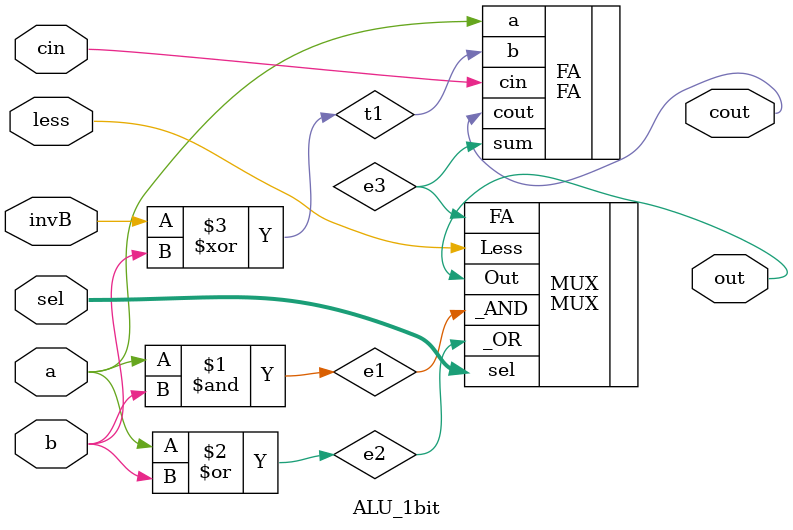
<source format=v>
`timescale 1ns/1ns
module ALU_1bit( a, b, sel, cin, invB, less, cout, out );

input a, b, cin, invB, less;
input [5:0] sel;
output cout, out;

wire e1, e2, e3, t1;


and ( e1, a, b );

or ( e2, a, b );

xor ( t1, invB, b );
FA FA( .a(a), .b(t1), .cin(cin), .cout(cout), .sum(e3) );

MUX MUX( ._AND(e1), ._OR(e2), .FA(e3), .Less(less), .sel(sel), .Out(out) ); 

endmodule
</source>
